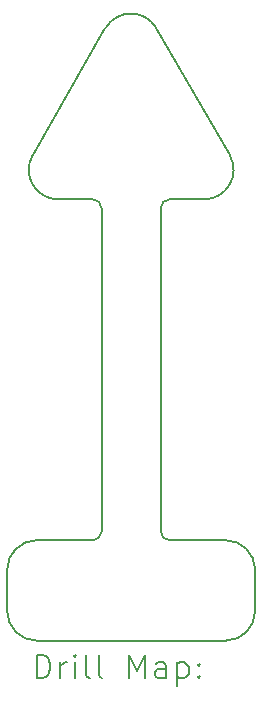
<source format=gbr>
%FSLAX45Y45*%
G04 Gerber Fmt 4.5, Leading zero omitted, Abs format (unit mm)*
G04 Created by KiCad (PCBNEW 6.0.5-a6ca702e91~116~ubuntu20.04.1) date 2022-06-20 08:25:16*
%MOMM*%
%LPD*%
G01*
G04 APERTURE LIST*
%TA.AperFunction,Profile*%
%ADD10C,0.150000*%
%TD*%
%ADD11C,0.200000*%
G04 APERTURE END LIST*
D10*
X10216494Y-5889000D02*
X10831487Y-4816000D01*
X11883506Y-5889000D02*
X11264500Y-4816000D01*
X11375000Y-6264000D02*
X11667000Y-6264000D01*
X11264500Y-4816000D02*
G75*
G03*
X10831487Y-4816000I-216506J-125000D01*
G01*
X10250000Y-9150000D02*
X10725000Y-9150000D01*
X12100000Y-9750000D02*
X12100000Y-9400000D01*
X11375000Y-9150000D02*
X11850000Y-9150000D01*
X11300000Y-9075000D02*
G75*
G03*
X11375000Y-9150000I75000J0D01*
G01*
X10725000Y-9150000D02*
G75*
G03*
X10800000Y-9075000I0J75000D01*
G01*
X10800000Y-6339000D02*
X10800000Y-9075000D01*
X11300000Y-6339000D02*
X11300000Y-9075000D01*
X11375000Y-6264000D02*
G75*
G03*
X11300000Y-6339000I0J-75000D01*
G01*
X10800000Y-6339000D02*
G75*
G03*
X10725000Y-6264000I-75000J0D01*
G01*
X10216494Y-5889000D02*
G75*
G03*
X10433000Y-6264000I216506J-125000D01*
G01*
X11667000Y-6264000D02*
G75*
G03*
X11883506Y-5889000I0J250000D01*
G01*
X11850000Y-10000000D02*
G75*
G03*
X12100000Y-9750000I0J250000D01*
G01*
X10250000Y-9150000D02*
G75*
G03*
X10000000Y-9400000I0J-250000D01*
G01*
X12100000Y-9400000D02*
G75*
G03*
X11850000Y-9150000I-250000J0D01*
G01*
X10000000Y-9750000D02*
X10000000Y-9400000D01*
X10000000Y-9750000D02*
G75*
G03*
X10250000Y-10000000I250000J0D01*
G01*
X10250000Y-10000000D02*
X11850000Y-10000000D01*
X10433000Y-6264000D02*
X10725000Y-6264000D01*
D11*
X10250119Y-10317976D02*
X10250119Y-10117976D01*
X10297738Y-10117976D01*
X10326310Y-10127500D01*
X10345357Y-10146548D01*
X10354881Y-10165595D01*
X10364405Y-10203690D01*
X10364405Y-10232262D01*
X10354881Y-10270357D01*
X10345357Y-10289405D01*
X10326310Y-10308452D01*
X10297738Y-10317976D01*
X10250119Y-10317976D01*
X10450119Y-10317976D02*
X10450119Y-10184643D01*
X10450119Y-10222738D02*
X10459643Y-10203690D01*
X10469167Y-10194167D01*
X10488214Y-10184643D01*
X10507262Y-10184643D01*
X10573929Y-10317976D02*
X10573929Y-10184643D01*
X10573929Y-10117976D02*
X10564405Y-10127500D01*
X10573929Y-10137024D01*
X10583452Y-10127500D01*
X10573929Y-10117976D01*
X10573929Y-10137024D01*
X10697738Y-10317976D02*
X10678690Y-10308452D01*
X10669167Y-10289405D01*
X10669167Y-10117976D01*
X10802500Y-10317976D02*
X10783452Y-10308452D01*
X10773929Y-10289405D01*
X10773929Y-10117976D01*
X11031071Y-10317976D02*
X11031071Y-10117976D01*
X11097738Y-10260833D01*
X11164405Y-10117976D01*
X11164405Y-10317976D01*
X11345357Y-10317976D02*
X11345357Y-10213214D01*
X11335833Y-10194167D01*
X11316786Y-10184643D01*
X11278690Y-10184643D01*
X11259643Y-10194167D01*
X11345357Y-10308452D02*
X11326309Y-10317976D01*
X11278690Y-10317976D01*
X11259643Y-10308452D01*
X11250119Y-10289405D01*
X11250119Y-10270357D01*
X11259643Y-10251310D01*
X11278690Y-10241786D01*
X11326309Y-10241786D01*
X11345357Y-10232262D01*
X11440595Y-10184643D02*
X11440595Y-10384643D01*
X11440595Y-10194167D02*
X11459643Y-10184643D01*
X11497738Y-10184643D01*
X11516786Y-10194167D01*
X11526309Y-10203690D01*
X11535833Y-10222738D01*
X11535833Y-10279881D01*
X11526309Y-10298929D01*
X11516786Y-10308452D01*
X11497738Y-10317976D01*
X11459643Y-10317976D01*
X11440595Y-10308452D01*
X11621548Y-10298929D02*
X11631071Y-10308452D01*
X11621548Y-10317976D01*
X11612024Y-10308452D01*
X11621548Y-10298929D01*
X11621548Y-10317976D01*
X11621548Y-10194167D02*
X11631071Y-10203690D01*
X11621548Y-10213214D01*
X11612024Y-10203690D01*
X11621548Y-10194167D01*
X11621548Y-10213214D01*
M02*

</source>
